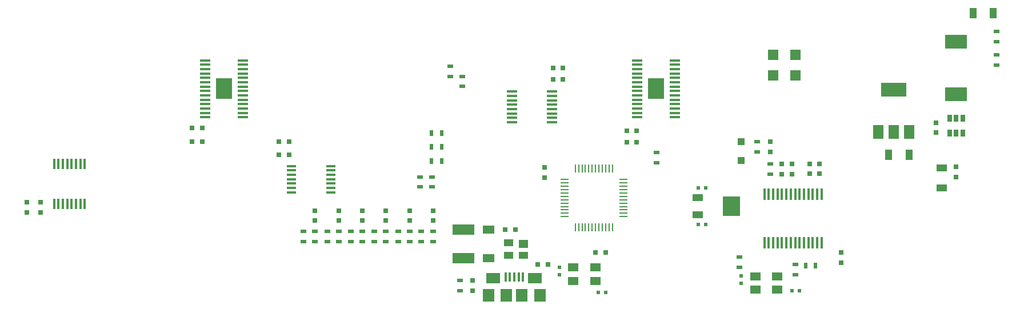
<source format=gbp>
G04 #@! TF.GenerationSoftware,KiCad,Pcbnew,(5.1.9)-1*
G04 #@! TF.CreationDate,2021-02-16T17:27:55-05:00*
G04 #@! TF.ProjectId,FSAE Main Panel,46534145-204d-4616-996e-2050616e656c,rev?*
G04 #@! TF.SameCoordinates,Original*
G04 #@! TF.FileFunction,Paste,Bot*
G04 #@! TF.FilePolarity,Positive*
%FSLAX46Y46*%
G04 Gerber Fmt 4.6, Leading zero omitted, Abs format (unit mm)*
G04 Created by KiCad (PCBNEW (5.1.9)-1) date 2021-02-16 17:27:55*
%MOMM*%
%LPD*%
G01*
G04 APERTURE LIST*
%ADD10R,1.800000X1.900000*%
%ADD11R,2.100000X1.600000*%
%ADD12R,0.400000X1.350000*%
%ADD13R,2.340000X3.040000*%
%ADD14R,1.600000X0.300000*%
%ADD15R,1.500000X1.500000*%
%ADD16R,0.600000X0.500000*%
%ADD17R,0.800000X0.750000*%
%ADD18R,0.750000X0.800000*%
%ADD19R,0.500000X0.600000*%
%ADD20R,1.600000X1.000000*%
%ADD21R,1.000000X1.600000*%
%ADD22R,1.400000X1.000000*%
%ADD23R,1.400000X1.200000*%
%ADD24R,1.100000X1.100000*%
%ADD25R,3.200000X1.500000*%
%ADD26R,1.700000X1.250000*%
%ADD27R,0.900000X0.500000*%
%ADD28R,0.500000X0.900000*%
%ADD29R,0.250000X1.300000*%
%ADD30R,1.300000X0.250000*%
%ADD31R,1.450000X0.450000*%
%ADD32R,0.450000X1.500000*%
%ADD33R,3.800000X2.000000*%
%ADD34R,1.500000X2.000000*%
%ADD35R,0.450000X1.750000*%
%ADD36R,1.500000X0.450000*%
%ADD37R,2.540000X3.000000*%
%ADD38R,1.600000X1.300000*%
%ADD39R,3.200000X2.000000*%
%ADD40R,0.650000X1.060000*%
G04 APERTURE END LIST*
D10*
X196850000Y-118600000D03*
X194200000Y-118600000D03*
X199150000Y-118600000D03*
X201800000Y-118600000D03*
D11*
X201100000Y-116050000D03*
X194900000Y-116050000D03*
D12*
X196700000Y-115925000D03*
X197350000Y-115925000D03*
X198000000Y-115925000D03*
X198650000Y-115925000D03*
X199300000Y-115925000D03*
D13*
X219000000Y-88000000D03*
D14*
X221800000Y-92225000D03*
X221800000Y-91575000D03*
X221800000Y-90925000D03*
X221800000Y-90275000D03*
X221800000Y-89625000D03*
X221800000Y-88975000D03*
X221800000Y-88325000D03*
X221800000Y-87675000D03*
X221800000Y-87025000D03*
X221800000Y-86375000D03*
X221800000Y-85725000D03*
X221800000Y-85075000D03*
X221800000Y-84425000D03*
X221800000Y-83775000D03*
X216200000Y-83775000D03*
X216200000Y-84425000D03*
X216200000Y-85075000D03*
X216200000Y-85725000D03*
X216200000Y-86375000D03*
X216200000Y-87025000D03*
X216200000Y-87675000D03*
X216200000Y-88325000D03*
X216200000Y-88975000D03*
X216200000Y-89625000D03*
X216200000Y-90275000D03*
X216200000Y-90925000D03*
X216200000Y-91575000D03*
X216200000Y-92225000D03*
D15*
X236350000Y-83000000D03*
X239650000Y-83000000D03*
X236350000Y-86000000D03*
X239650000Y-86000000D03*
D16*
X226350000Y-108100000D03*
X225250000Y-108100000D03*
X225250000Y-102700000D03*
X226350000Y-102700000D03*
D17*
X211550000Y-112300000D03*
X210050000Y-112300000D03*
D18*
X202500000Y-99650000D03*
X202500000Y-101150000D03*
D19*
X204700000Y-115550000D03*
X204700000Y-114450000D03*
D16*
X210450000Y-118200000D03*
X211550000Y-118200000D03*
D17*
X201510000Y-114030000D03*
X203010000Y-114030000D03*
X196650000Y-108870000D03*
X198150000Y-108870000D03*
D18*
X186000000Y-107550000D03*
X186000000Y-106050000D03*
X182500000Y-107550000D03*
X182500000Y-106050000D03*
X179000000Y-106050000D03*
X179000000Y-107550000D03*
X175500000Y-107550000D03*
X175500000Y-106050000D03*
X172000000Y-106050000D03*
X172000000Y-107550000D03*
X168500000Y-107550000D03*
X168500000Y-106050000D03*
D17*
X163150000Y-97800000D03*
X164650000Y-97800000D03*
X164650000Y-95800000D03*
X163150000Y-95800000D03*
D18*
X191800000Y-117900000D03*
X191800000Y-116400000D03*
X127800000Y-104850000D03*
X127800000Y-106350000D03*
X125800000Y-104850000D03*
X125800000Y-106350000D03*
D20*
X261300000Y-102700000D03*
X261300000Y-99700000D03*
D18*
X263500000Y-99550000D03*
X263500000Y-101050000D03*
X260500000Y-94500000D03*
X260500000Y-93000000D03*
D21*
X266000000Y-76750000D03*
X269000000Y-76750000D03*
X256500000Y-97750000D03*
X253500000Y-97750000D03*
D17*
X239150000Y-99100000D03*
X237650000Y-99100000D03*
X237650000Y-100700000D03*
X239150000Y-100700000D03*
D18*
X246400000Y-113750000D03*
X246400000Y-112250000D03*
D17*
X241750000Y-99100000D03*
X243250000Y-99100000D03*
X241750000Y-100600000D03*
X243250000Y-100600000D03*
D18*
X235900000Y-97350000D03*
X235900000Y-95850000D03*
D19*
X231600000Y-116850000D03*
X231600000Y-115750000D03*
D16*
X239150000Y-117900000D03*
X240250000Y-117900000D03*
D17*
X205250000Y-84900000D03*
X203750000Y-84900000D03*
X205250000Y-86600000D03*
X203750000Y-86600000D03*
X150250000Y-93800000D03*
X151750000Y-93800000D03*
X214650000Y-94200000D03*
X216150000Y-94200000D03*
X150250000Y-95800000D03*
X151750000Y-95800000D03*
X216150000Y-95900000D03*
X214650000Y-95900000D03*
D22*
X197200000Y-110800000D03*
X197200000Y-112700000D03*
X199400000Y-112700000D03*
D23*
X199400000Y-110980000D03*
D24*
X231610000Y-98650000D03*
X231610000Y-95850000D03*
D25*
X190500000Y-113070000D03*
X190500000Y-108870000D03*
D26*
X194210000Y-108870000D03*
X194210000Y-113130000D03*
D27*
X184200000Y-109150000D03*
X184200000Y-110650000D03*
X186000000Y-109150000D03*
X186000000Y-110650000D03*
X180800000Y-110650000D03*
X180800000Y-109150000D03*
X182500000Y-109150000D03*
X182500000Y-110650000D03*
X177300000Y-110650000D03*
X177300000Y-109150000D03*
X179000000Y-109150000D03*
X179000000Y-110650000D03*
X173800000Y-110650000D03*
X173800000Y-109150000D03*
X175500000Y-109150000D03*
X175500000Y-110650000D03*
X170300000Y-110650000D03*
X170300000Y-109150000D03*
X172000000Y-110650000D03*
X172000000Y-109150000D03*
X166800000Y-110650000D03*
X166800000Y-109150000D03*
X168500000Y-109150000D03*
X168500000Y-110650000D03*
X190000000Y-116400000D03*
X190000000Y-117900000D03*
X219100000Y-98950000D03*
X219100000Y-97450000D03*
X269500000Y-81000000D03*
X269500000Y-79500000D03*
X269500000Y-84500000D03*
X269500000Y-83000000D03*
D28*
X242650000Y-114200000D03*
X241150000Y-114200000D03*
D27*
X235900000Y-100650000D03*
X235900000Y-99150000D03*
X234000000Y-95850000D03*
X234000000Y-97350000D03*
X239700000Y-114050000D03*
X239700000Y-115550000D03*
X231400000Y-112950000D03*
X231400000Y-114450000D03*
X188500000Y-86150000D03*
X188500000Y-84650000D03*
X190300000Y-86150000D03*
X190300000Y-87650000D03*
X184000000Y-102550000D03*
X184000000Y-101050000D03*
X185800000Y-101050000D03*
X185800000Y-102550000D03*
D28*
X185750000Y-98700000D03*
X187250000Y-98700000D03*
X187250000Y-96600000D03*
X185750000Y-96600000D03*
X185750000Y-94600000D03*
X187250000Y-94600000D03*
D29*
X212550000Y-99850000D03*
X212050000Y-99850000D03*
X211550000Y-99850000D03*
X211050000Y-99850000D03*
X210550000Y-99850000D03*
X210050000Y-99850000D03*
X209550000Y-99850000D03*
X209050000Y-99850000D03*
X208550000Y-99850000D03*
X208050000Y-99850000D03*
X207550000Y-99850000D03*
X207050000Y-99850000D03*
D30*
X205450000Y-101450000D03*
X205450000Y-101950000D03*
X205450000Y-102450000D03*
X205450000Y-102950000D03*
X205450000Y-103450000D03*
X205450000Y-103950000D03*
X205450000Y-104450000D03*
X205450000Y-104950000D03*
X205450000Y-105450000D03*
X205450000Y-105950000D03*
X205450000Y-106450000D03*
X205450000Y-106950000D03*
D29*
X207050000Y-108550000D03*
X207550000Y-108550000D03*
X208050000Y-108550000D03*
X208550000Y-108550000D03*
X209050000Y-108550000D03*
X209550000Y-108550000D03*
X210050000Y-108550000D03*
X210550000Y-108550000D03*
X211050000Y-108550000D03*
X211550000Y-108550000D03*
X212050000Y-108550000D03*
X212550000Y-108550000D03*
D30*
X214150000Y-106950000D03*
X214150000Y-106450000D03*
X214150000Y-105950000D03*
X214150000Y-105450000D03*
X214150000Y-104950000D03*
X214150000Y-104450000D03*
X214150000Y-103950000D03*
X214150000Y-103450000D03*
X214150000Y-102950000D03*
X214150000Y-102450000D03*
X214150000Y-101950000D03*
X214150000Y-101450000D03*
D31*
X164950000Y-99450000D03*
X164950000Y-100100000D03*
X164950000Y-100750000D03*
X164950000Y-101400000D03*
X164950000Y-102050000D03*
X164950000Y-102700000D03*
X164950000Y-103350000D03*
X170850000Y-103350000D03*
X170850000Y-102700000D03*
X170850000Y-102050000D03*
X170850000Y-101400000D03*
X170850000Y-100750000D03*
X170850000Y-100100000D03*
X170850000Y-99450000D03*
D32*
X129825000Y-105050000D03*
X130475000Y-105050000D03*
X131125000Y-105050000D03*
X131775000Y-105050000D03*
X132425000Y-105050000D03*
X133075000Y-105050000D03*
X133725000Y-105050000D03*
X134375000Y-105050000D03*
X134375000Y-99150000D03*
X133725000Y-99150000D03*
X133075000Y-99150000D03*
X132425000Y-99150000D03*
X131775000Y-99150000D03*
X131125000Y-99150000D03*
X130475000Y-99150000D03*
X129825000Y-99150000D03*
D33*
X254250000Y-88100000D03*
D34*
X254250000Y-94400000D03*
X251950000Y-94400000D03*
X256550000Y-94400000D03*
D35*
X243525000Y-110800000D03*
X242875000Y-110800000D03*
X242225000Y-110800000D03*
X241575000Y-110800000D03*
X240925000Y-110800000D03*
X240275000Y-110800000D03*
X239625000Y-110800000D03*
X238975000Y-110800000D03*
X238325000Y-110800000D03*
X237675000Y-110800000D03*
X237025000Y-110800000D03*
X236375000Y-110800000D03*
X235725000Y-110800000D03*
X235075000Y-110800000D03*
X235075000Y-103600000D03*
X235725000Y-103600000D03*
X236375000Y-103600000D03*
X237025000Y-103600000D03*
X237675000Y-103600000D03*
X238325000Y-103600000D03*
X238975000Y-103600000D03*
X239625000Y-103600000D03*
X240275000Y-103600000D03*
X240925000Y-103600000D03*
X241575000Y-103600000D03*
X242225000Y-103600000D03*
X242875000Y-103600000D03*
X243525000Y-103600000D03*
D36*
X203600000Y-88400000D03*
X203600000Y-89050000D03*
X203600000Y-89700000D03*
X203600000Y-90350000D03*
X203600000Y-91000000D03*
X203600000Y-91650000D03*
X203600000Y-92300000D03*
X203600000Y-92950000D03*
X197700000Y-92950000D03*
X197700000Y-92300000D03*
X197700000Y-91650000D03*
X197700000Y-91000000D03*
X197700000Y-90350000D03*
X197700000Y-89700000D03*
X197700000Y-89050000D03*
X197700000Y-88400000D03*
D14*
X152200000Y-92225000D03*
X152200000Y-91575000D03*
X152200000Y-90925000D03*
X152200000Y-90275000D03*
X152200000Y-89625000D03*
X152200000Y-88975000D03*
X152200000Y-88325000D03*
X152200000Y-87675000D03*
X152200000Y-87025000D03*
X152200000Y-86375000D03*
X152200000Y-85725000D03*
X152200000Y-85075000D03*
X152200000Y-84425000D03*
X152200000Y-83775000D03*
X157800000Y-83775000D03*
X157800000Y-84425000D03*
X157800000Y-85075000D03*
X157800000Y-85725000D03*
X157800000Y-86375000D03*
X157800000Y-87025000D03*
X157800000Y-87675000D03*
X157800000Y-88325000D03*
X157800000Y-88975000D03*
X157800000Y-89625000D03*
X157800000Y-90275000D03*
X157800000Y-90925000D03*
X157800000Y-91575000D03*
X157800000Y-92225000D03*
D13*
X155000000Y-88000000D03*
D37*
X230200000Y-105400000D03*
D20*
X225200000Y-104100000D03*
X225200000Y-106700000D03*
D38*
X210050000Y-116500000D03*
X206750000Y-116500000D03*
X206750000Y-114500000D03*
X210050000Y-114500000D03*
X237000000Y-115800000D03*
X233700000Y-115800000D03*
X233700000Y-117800000D03*
X237000000Y-117800000D03*
D39*
X263500000Y-88800000D03*
X263500000Y-81000000D03*
D40*
X263500000Y-94600000D03*
X262550000Y-94600000D03*
X264450000Y-94600000D03*
X264450000Y-92400000D03*
X263500000Y-92400000D03*
X262550000Y-92400000D03*
M02*

</source>
